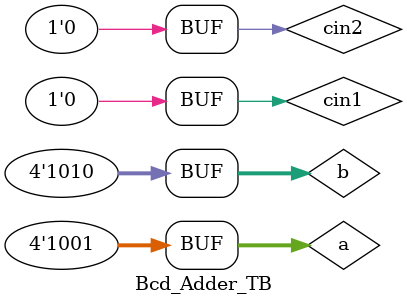
<source format=v>

module adderFourBit(a,b,cin,s,cout);
input [3:0]a,b;
input cin;
output [3:0] s;
output cout;
wire [3:0] c;
full_adder fa0(a[0],b[0],cin,s[0],c[0]);
full_adder fa1(a[1],b[1],c[0],s[1],c[1]);
full_adder fa2(a[2],b[2],c[1],s[2],c[2]);
full_adder fa3(a[3],b[3],c[2],s[3],cout);
endmodule

module Bcd_Adder(a,b,cin1,cin2,s,cout);
input [3:0] a,b;
input cin1,cin2;
output [3:0] s;
output cout;
wire [3:0] w,x;
wire c1;
adderFourBit af1(a,b,cin1,w,c1);
and (c2,w[1],w[3]);
and (c3,w[2],w[3]);
or (cout,c2,c3,c1);

adderFourBit af2(w,{1'b0,cout,cout,1'b0},cin2,s,t);

endmodule
 module Bcd_Adder_TB();
reg [3:0] a,b;
reg cin1,cin2;
wire [3:0] s;
wire c;
Bcd_Adder BC(a,b,cin1,cin2,s,c);
initial begin
#0 a=4'd4 ;b=4'd10;cin1=1'b0;cin2=1'b0;
#100 a=4'd7 ;b=4'd10;
#100 a=4'd10 ;b=4'd1;
#100 a=4'd12 ;b=4'd7;
#100 a=4'd9 ;b=4'd1;
#100 a=4'd9 ;b=4'd10;
end
endmodule
</source>
